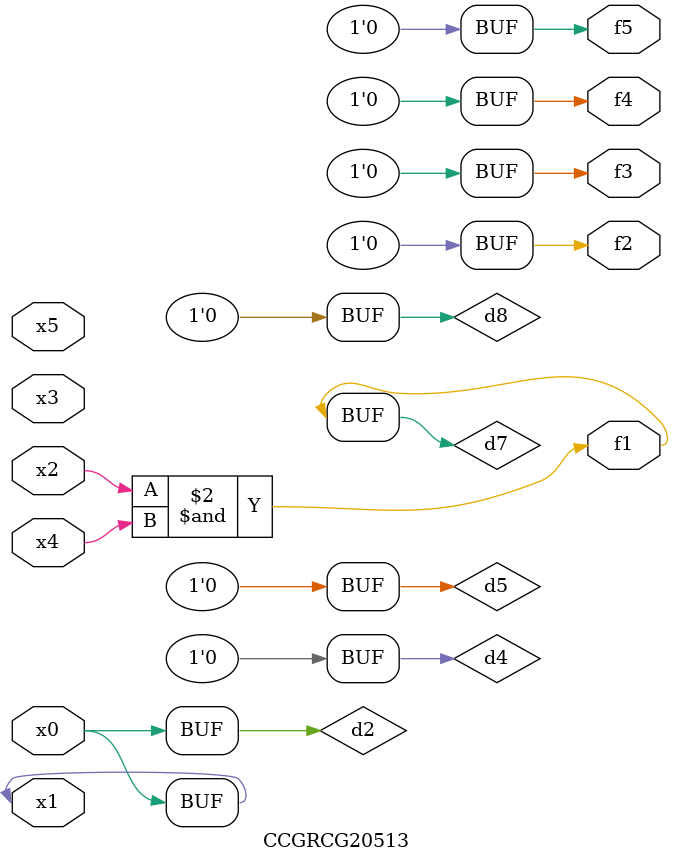
<source format=v>
module CCGRCG20513(
	input x0, x1, x2, x3, x4, x5,
	output f1, f2, f3, f4, f5
);

	wire d1, d2, d3, d4, d5, d6, d7, d8, d9;

	nand (d1, x1);
	buf (d2, x0, x1);
	nand (d3, x2, x4);
	and (d4, d1, d2);
	and (d5, d1, d2);
	nand (d6, d1, d3);
	not (d7, d3);
	xor (d8, d5);
	nor (d9, d5, d6);
	assign f1 = d7;
	assign f2 = d8;
	assign f3 = d8;
	assign f4 = d8;
	assign f5 = d8;
endmodule

</source>
